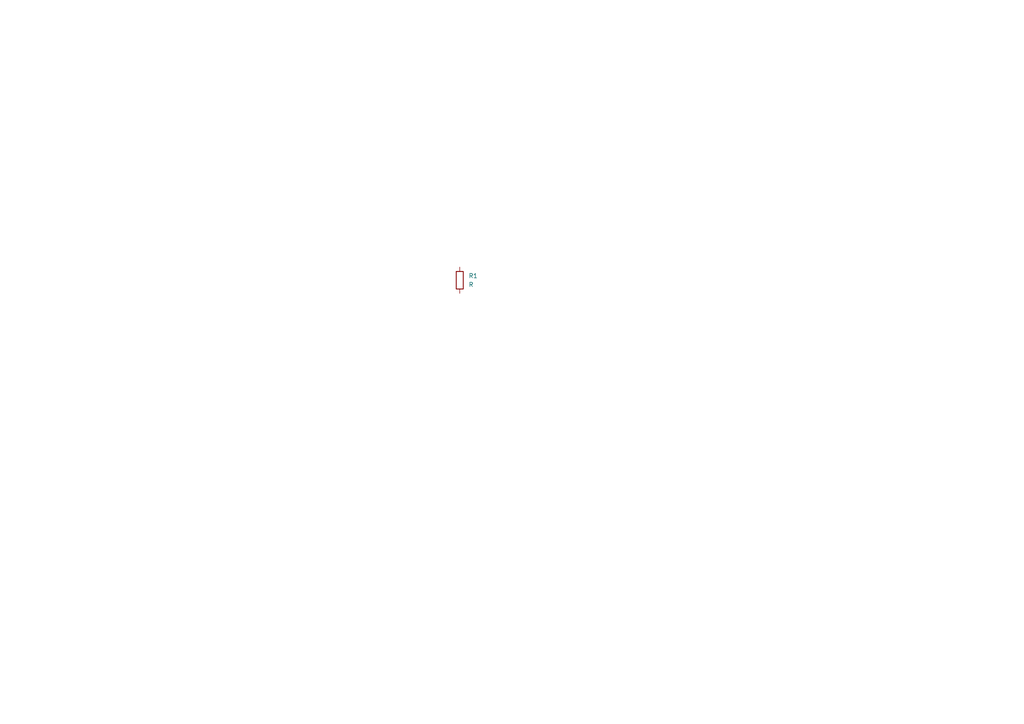
<source format=kicad_sch>
(kicad_sch (version 20230121) (generator eeschema)
  (paper "A4")
  (lib_symbols
    (symbol "Device:R" (pin_numbers hide) (pin_names (offset 0))
      (property "Reference" "R" (at 2.032 0 90))
      (property "Value" "R" (at 0 0 90))
      (symbol "R_0_1"
        (rectangle (start -1.016 -2.54) (end 1.016 2.54) (stroke (width 0.254)))
      )
      (symbol "R_1_1"
        (pin passive line (at 0 3.81 270) (length 1.27) (name "~") (number "1"))
        (pin passive line (at 0 -3.81 90) (length 1.27) (name "~") (number "2"))
      )
    )
  )
  (symbol (lib_id "Device:R") (at 133.35 81.28 0) (unit 1)
    (property "Reference" "R1" (at 135.89 80.01 0) (effects (justify left)))
    (property "Value" "R" (at 135.89 82.55 0) (effects (justify left)))
  )
)
</source>
